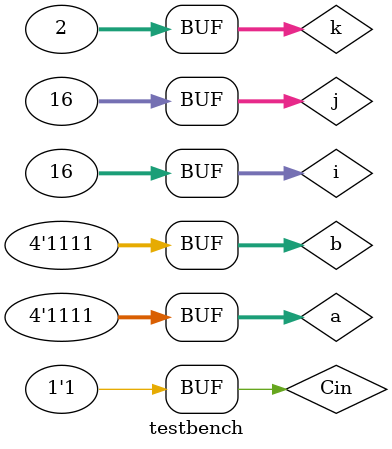
<source format=v>
module testbench();
  
  reg [3:0] a;
  reg [3:0] b;
  reg Cin;
  wire [4:0] sum;
  
  integer i,j,k; //used for verification
  
  
  //instantiate DUT
  ripple_adder_4bit_structural RA(
    .a(a),
    .b(b),
    .carry_in(Cin),
    .sum(sum[3:0]),
    .carry_out(sum[4])
  );
  
  initial $monitor("a=%d, b=%d, carry in=%d,sum=%d",a,b,Cin,sum);
  
  initial begin	
    for(i=0;i<16;i=i+1) begin 
      for(j=0;j<16;j=j+1) begin
        for (k=0;k<2;k=k+1)begin
          #1 a=i;b=j;Cin=k;
        end
      end
    end
  end
endmodule 

</source>
